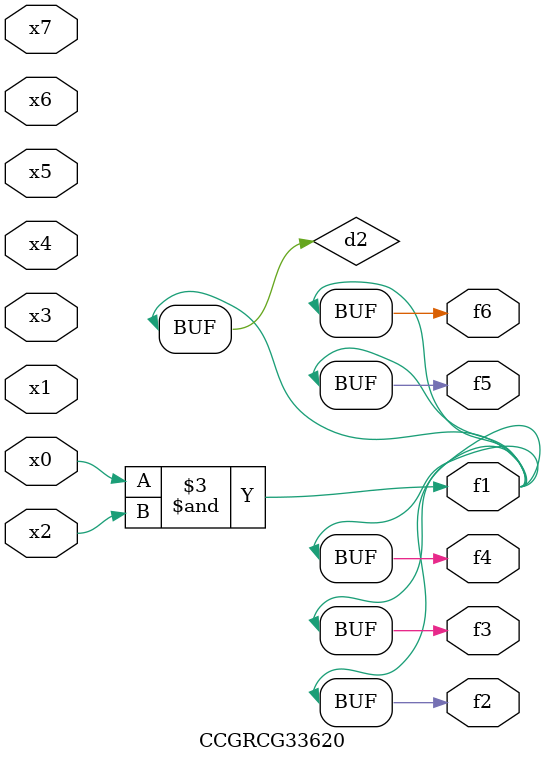
<source format=v>
module CCGRCG33620(
	input x0, x1, x2, x3, x4, x5, x6, x7,
	output f1, f2, f3, f4, f5, f6
);

	wire d1, d2;

	nor (d1, x3, x6);
	and (d2, x0, x2);
	assign f1 = d2;
	assign f2 = d2;
	assign f3 = d2;
	assign f4 = d2;
	assign f5 = d2;
	assign f6 = d2;
endmodule

</source>
